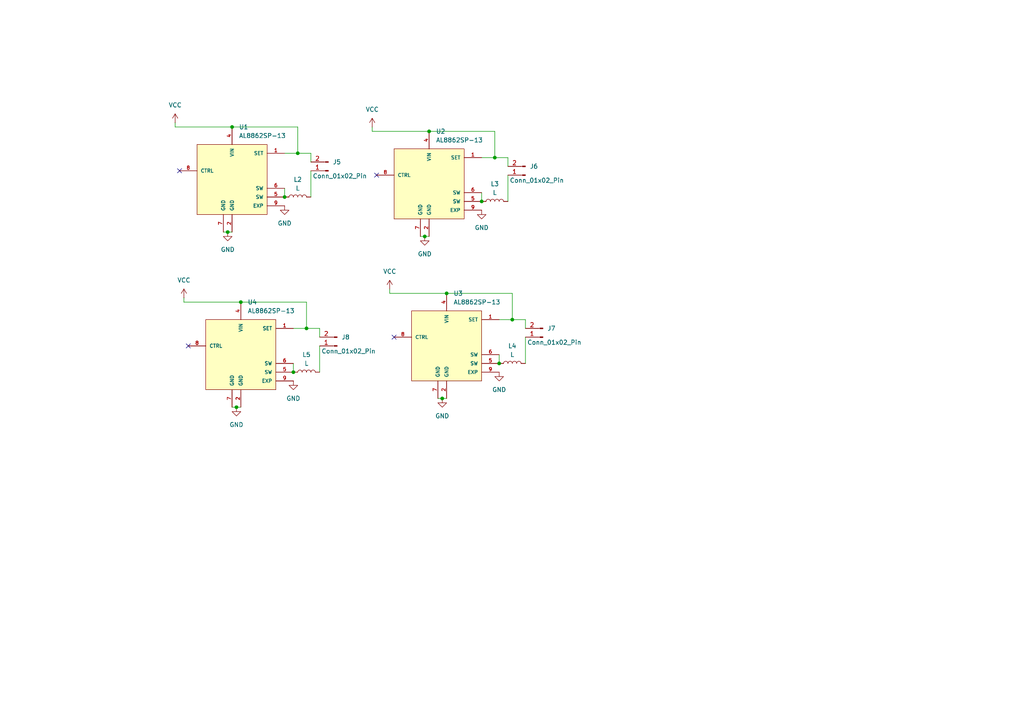
<source format=kicad_sch>
(kicad_sch (version 20250114) (generator "eeschema") (generator_version "9.0")
  (paper "A4")
  (lib_symbols
    (symbol "AL8862SP-13:AL8862SP-13" (pin_names (offset 1.016))
      (property "Reference" "U" (at -10.16 10.16 0))
      (property "Value" "AL8862SP-13" (at -5.334 -1.016 0))
      (symbol "AL8862SP-13_0_0"
        (rectangle (start -10.16 10.16) (end 10.16 -10.16) (stroke (width 0.1524)) (fill (type background)))
        (pin input line (at -15.24 2.54 0) (length 5.08) (name "CTRL") (number "8"))
        (pin power_in line (at -2.54 -15.24 90) (length 5.08) (name "GND") (number "7"))
        (pin input line (at 0 15.24 270) (length 5.08) (name "VIN") (number "4"))
        (pin power_in line (at 0 -15.24 90) (length 5.08) (name "GND") (number "2"))
        (pin input line (at 15.24 7.62 180) (length 5.08) (name "SET") (number "1"))
        (pin output line (at 15.24 -2.54 180) (length 5.08) (name "SW") (number "6"))
        (pin output line (at 15.24 -5.08 180) (length 5.08) (name "SW") (number "5"))
        (pin power_in line (at 15.24 -7.62 180) (length 5.08) (name "EXP") (number "9"))
      )
    )
    (symbol "Connector:Conn_01x02_Pin" (pin_names (offset 1.016) (hide yes))
      (property "Reference" "J" (at 0 2.54 0))
      (property "Value" "Conn_01x02_Pin" (at 0 -5.08 0))
      (symbol "Conn_01x02_Pin_1_1"
        (rectangle (start 0.8636 0.127) (end 0 -0.127) (stroke (width 0.1524)) (fill (type outline)))
        (rectangle (start 0.8636 -2.413) (end 0 -2.667) (stroke (width 0.1524)) (fill (type outline)))
        (polyline (pts (xy 1.27 0) (xy 0.8636 0)) (stroke (width 0.1524)))
        (polyline (pts (xy 1.27 -2.54) (xy 0.8636 -2.54)) (stroke (width 0.1524)))
        (pin passive line (at 5.08 0 180) (length 3.81) (name "Pin_1") (number "1"))
        (pin passive line (at 5.08 -2.54 180) (length 3.81) (name "Pin_2") (number "2"))
      )
    )
    (symbol "Device:L" (pin_numbers (hide yes)) (pin_names (offset 1.016) (hide yes))
      (property "Reference" "L" (at -1.27 0 90))
      (property "Value" "L" (at 1.905 0 90))
      (symbol "L_0_1"
        (arc (start 0 2.54) (mid 0.6323 1.905) (end 0 1.27))
        (arc (start 0 1.27) (mid 0.6323 0.635) (end 0 0))
        (arc (start 0 0) (mid 0.6323 -0.635) (end 0 -1.27))
        (arc (start 0 -1.27) (mid 0.6323 -1.905) (end 0 -2.54))
      )
      (symbol "L_1_1"
        (pin passive line (at 0 3.81 270) (length 1.27) (name "1") (number "1"))
        (pin passive line (at 0 -3.81 90) (length 1.27) (name "2") (number "2"))
      )
    )
    (symbol "power:GND" (power) (pin_numbers (hide yes)) (pin_names (offset 0) (hide yes))
      (property "Value" "GND" (at 0 -3.81 0))
      (symbol "GND_0_1"
        (polyline (pts (xy 0 0) (xy 0 -1.27) (xy 1.27 -1.27) (xy 0 -2.54) (xy -1.27 -1.27) (xy 0 -1.27)))
      )
      (symbol "GND_1_1"
        (pin power_in line (at 0 0 270) (length 0) (name "~") (number "1"))
      )
    )
    (symbol "power:VCC" (power) (pin_numbers (hide yes)) (pin_names (offset 0) (hide yes))
      (property "Value" "VCC" (at 0 3.556 0))
      (symbol "VCC_0_1"
        (polyline (pts (xy -0.762 1.27) (xy 0 2.54)))
        (polyline (pts (xy 0 2.54) (xy 0.762 1.27)))
        (polyline (pts (xy 0 0) (xy 0 2.54)))
      )
      (symbol "VCC_1_1"
        (pin power_in line (at 0 0 90) (length 0) (name "~") (number "1"))
      )
    )
  )
  (junction (at 123.19 68.58))
  (junction (at 143.51 45.72))
  (junction (at 124.46 38.1))
  (junction (at 88.9 95.25))
  (junction (at 67.31 36.83))
  (junction (at 148.59 92.71))
  (junction (at 82.55 57.15))
  (junction (at 144.78 105.41))
  (junction (at 69.85 87.63))
  (junction (at 66.04 67.31))
  (junction (at 68.58 118.11))
  (junction (at 128.27 115.57))
  (junction (at 86.36 44.45))
  (junction (at 85.09 107.95))
  (junction (at 129.54 85.09))
  (junction (at 139.7 58.42))
  (no_connect (at 54.61 100.33))
  (no_connect (at 52.07 49.53))
  (no_connect (at 109.22 50.8))
  (no_connect (at 114.3 97.79))
  (wire (pts (xy 88.9 87.63) (xy 88.9 95.25)))
  (wire (pts (xy 69.85 87.63) (xy 88.9 87.63)))
  (wire (pts (xy 92.71 107.95) (xy 92.71 100.33)))
  (wire (pts (xy 53.34 87.63) (xy 69.85 87.63)))
  (wire (pts (xy 113.03 83.82) (xy 113.03 85.09)))
  (wire (pts (xy 82.55 54.61) (xy 82.55 57.15)))
  (wire (pts (xy 50.8 36.83) (xy 67.31 36.83)))
  (wire (pts (xy 107.95 38.1) (xy 124.46 38.1)))
  (wire (pts (xy 144.78 102.87) (xy 144.78 105.41)))
  (wire (pts (xy 147.32 45.72) (xy 143.51 45.72)))
  (wire (pts (xy 128.27 115.57) (xy 129.54 115.57)))
  (wire (pts (xy 148.59 92.71) (xy 144.78 92.71)))
  (wire (pts (xy 68.58 118.11) (xy 69.85 118.11)))
  (wire (pts (xy 67.31 36.83) (xy 86.36 36.83)))
  (wire (pts (xy 64.77 67.31) (xy 66.04 67.31)))
  (wire (pts (xy 147.32 58.42) (xy 147.32 50.8)))
  (wire (pts (xy 92.71 95.25) (xy 88.9 95.25)))
  (wire (pts (xy 129.54 85.09) (xy 148.59 85.09)))
  (wire (pts (xy 50.8 35.56) (xy 50.8 36.83)))
  (wire (pts (xy 90.17 46.99) (xy 90.17 44.45)))
  (wire (pts (xy 66.04 67.31) (xy 67.31 67.31)))
  (wire (pts (xy 124.46 38.1) (xy 143.51 38.1)))
  (wire (pts (xy 152.4 95.25) (xy 152.4 92.71)))
  (wire (pts (xy 123.19 68.58) (xy 124.46 68.58)))
  (wire (pts (xy 92.71 97.79) (xy 92.71 95.25)))
  (wire (pts (xy 90.17 44.45) (xy 86.36 44.45)))
  (wire (pts (xy 143.51 38.1) (xy 143.51 45.72)))
  (wire (pts (xy 139.7 55.88) (xy 139.7 58.42)))
  (wire (pts (xy 152.4 105.41) (xy 152.4 97.79)))
  (wire (pts (xy 148.59 85.09) (xy 148.59 92.71)))
  (wire (pts (xy 53.34 86.36) (xy 53.34 87.63)))
  (wire (pts (xy 152.4 92.71) (xy 148.59 92.71)))
  (wire (pts (xy 86.36 44.45) (xy 82.55 44.45)))
  (wire (pts (xy 121.92 68.58) (xy 123.19 68.58)))
  (wire (pts (xy 113.03 85.09) (xy 129.54 85.09)))
  (wire (pts (xy 147.32 48.26) (xy 147.32 45.72)))
  (wire (pts (xy 67.31 118.11) (xy 68.58 118.11)))
  (wire (pts (xy 127 115.57) (xy 128.27 115.57)))
  (wire (pts (xy 88.9 95.25) (xy 85.09 95.25)))
  (wire (pts (xy 143.51 45.72) (xy 139.7 45.72)))
  (wire (pts (xy 107.95 36.83) (xy 107.95 38.1)))
  (wire (pts (xy 90.17 57.15) (xy 90.17 49.53)))
  (wire (pts (xy 85.09 105.41) (xy 85.09 107.95)))
  (wire (pts (xy 86.36 36.83) (xy 86.36 44.45)))
  (symbol (lib_id "power:GND") (at 123.19 68.58 0) (unit 1)
    (property "Reference" "#PWR029" (effects (hide yes)))
    (property "Value" "GND" (at 123.19 73.66 0))
    (property "Description" "Power symbol creates a global label with name \"GND\" , ground" (effects (hide yes)))
  )
  (symbol (lib_id "power:VCC") (at 107.95 36.83 0) (unit 1)
    (property "Reference" "#PWR028" (effects (hide yes)))
    (property "Value" "VCC" (at 107.95 31.75 0))
    (property "Description" "Power symbol creates a global label with name \"VCC\"" (effects (hide yes)))
  )
  (symbol (lib_id "power:VCC") (at 113.03 83.82 0) (unit 1)
    (property "Reference" "#PWR031" (effects (hide yes)))
    (property "Value" "VCC" (at 113.03 78.74 0))
    (property "Description" "Power symbol creates a global label with name \"VCC\"" (effects (hide yes)))
  )
  (symbol (lib_id "Device:L") (at 143.51 58.42 90) (unit 1)
    (property "Reference" "L3" (at 143.51 53.34 90))
    (property "Value" "L" (at 143.51 55.88 90))
    (property "Description" "Inductor" (effects (hide yes)))
  )
  (symbol (lib_id "AL8862SP-13:AL8862SP-13") (at 67.31 52.07 0) (unit 1)
    (property "Reference" "U1" (at 69.2786 36.83 0) (effects (justify left)))
    (property "Value" "AL8862SP-13" (at 69.2786 39.37 0) (effects (justify left)))
    (property "Footprint" "AL8862SP-13:SOIC127P600X170-9N" (effects (hide yes)))
    (property "Description" "LED Driver IC 1 Output DC DC Regulator Step-Down (Buck) Analog, PWM Dimming 1A 8-SO-EP" (effects (hide yes)))
    (property "Package" "SOIC-8 Diodes Incorporated" (effects (hide yes)))
    (property "MP" "AL8862SP-13" (effects (hide yes)))
  )
  (symbol (lib_id "power:GND") (at 144.78 107.95 0) (unit 1)
    (property "Reference" "#PWR033" (effects (hide yes)))
    (property "Value" "GND" (at 144.78 113.03 0))
    (property "Description" "Power symbol creates a global label with name \"GND\" , ground" (effects (hide yes)))
  )
  (symbol (lib_id "AL8862SP-13:AL8862SP-13") (at 124.46 53.34 0) (unit 1)
    (property "Reference" "U2" (at 126.4286 38.1 0) (effects (justify left)))
    (property "Value" "AL8862SP-13" (at 126.4286 40.64 0) (effects (justify left)))
    (property "Footprint" "AL8862SP-13:SOIC127P600X170-9N" (effects (hide yes)))
    (property "Description" "LED Driver IC 1 Output DC DC Regulator Step-Down (Buck) Analog, PWM Dimming 1A 8-SO-EP" (effects (hide yes)))
    (property "Package" "SOIC-8 Diodes Incorporated" (effects (hide yes)))
    (property "MP" "AL8862SP-13" (effects (hide yes)))
  )
  (symbol (lib_id "power:GND") (at 66.04 67.31 0) (unit 1)
    (property "Reference" "#PWR026" (effects (hide yes)))
    (property "Value" "GND" (at 66.04 72.39 0))
    (property "Description" "Power symbol creates a global label with name \"GND\" , ground" (effects (hide yes)))
  )
  (symbol (lib_id "AL8862SP-13:AL8862SP-13") (at 69.85 102.87 0) (unit 1)
    (property "Reference" "U4" (at 71.8186 87.63 0) (effects (justify left)))
    (property "Value" "AL8862SP-13" (at 71.8186 90.17 0) (effects (justify left)))
    (property "Footprint" "AL8862SP-13:SOIC127P600X170-9N" (effects (hide yes)))
    (property "Description" "LED Driver IC 1 Output DC DC Regulator Step-Down (Buck) Analog, PWM Dimming 1A 8-SO-EP" (effects (hide yes)))
    (property "Package" "SOIC-8 Diodes Incorporated" (effects (hide yes)))
    (property "MP" "AL8862SP-13" (effects (hide yes)))
  )
  (symbol (lib_id "Device:L") (at 86.36 57.15 90) (unit 1)
    (property "Reference" "L2" (at 86.36 52.07 90))
    (property "Value" "L" (at 86.36 54.61 90))
    (property "Description" "Inductor" (effects (hide yes)))
  )
  (symbol (lib_id "power:VCC") (at 50.8 35.56 0) (unit 1)
    (property "Reference" "#PWR025" (effects (hide yes)))
    (property "Value" "VCC" (at 50.8 30.48 0))
    (property "Description" "Power symbol creates a global label with name \"VCC\"" (effects (hide yes)))
  )
  (symbol (lib_id "AL8862SP-13:AL8862SP-13") (at 129.54 100.33 0) (unit 1)
    (property "Reference" "U3" (at 131.5086 85.09 0) (effects (justify left)))
    (property "Value" "AL8862SP-13" (at 131.5086 87.63 0) (effects (justify left)))
    (property "Footprint" "AL8862SP-13:SOIC127P600X170-9N" (effects (hide yes)))
    (property "Description" "LED Driver IC 1 Output DC DC Regulator Step-Down (Buck) Analog, PWM Dimming 1A 8-SO-EP" (effects (hide yes)))
    (property "Package" "SOIC-8 Diodes Incorporated" (effects (hide yes)))
    (property "MP" "AL8862SP-13" (effects (hide yes)))
  )
  (symbol (lib_id "Connector:Conn_01x02_Pin") (at 157.48 97.79 180) (unit 1)
    (property "Reference" "J7" (at 158.75 95.2499 0) (effects (justify right)))
    (property "Value" "Conn_01x02_Pin" (at 152.908 99.314 0) (effects (justify right)))
    (property "Description" "Generic connector, single row, 01x02, script generated" (effects (hide yes)))
  )
  (symbol (lib_id "Connector:Conn_01x02_Pin") (at 152.4 50.8 180) (unit 1)
    (property "Reference" "J6" (at 153.67 48.2599 0) (effects (justify right)))
    (property "Value" "Conn_01x02_Pin" (at 147.828 52.324 0) (effects (justify right)))
    (property "Description" "Generic connector, single row, 01x02, script generated" (effects (hide yes)))
  )
  (symbol (lib_id "power:GND") (at 128.27 115.57 0) (unit 1)
    (property "Reference" "#PWR032" (effects (hide yes)))
    (property "Value" "GND" (at 128.27 120.65 0))
    (property "Description" "Power symbol creates a global label with name \"GND\" , ground" (effects (hide yes)))
  )
  (symbol (lib_id "power:GND") (at 139.7 60.96 0) (unit 1)
    (property "Reference" "#PWR030" (effects (hide yes)))
    (property "Value" "GND" (at 139.7 66.04 0))
    (property "Description" "Power symbol creates a global label with name \"GND\" , ground" (effects (hide yes)))
  )
  (symbol (lib_id "Connector:Conn_01x02_Pin") (at 95.25 49.53 180) (unit 1)
    (property "Reference" "J5" (at 96.52 46.9899 0) (effects (justify right)))
    (property "Value" "Conn_01x02_Pin" (at 90.678 51.054 0) (effects (justify right)))
    (property "Description" "Generic connector, single row, 01x02, script generated" (effects (hide yes)))
  )
  (symbol (lib_id "power:GND") (at 82.55 59.69 0) (unit 1)
    (property "Reference" "#PWR027" (effects (hide yes)))
    (property "Value" "GND" (at 82.55 64.77 0))
    (property "Description" "Power symbol creates a global label with name \"GND\" , ground" (effects (hide yes)))
  )
  (symbol (lib_id "power:GND") (at 68.58 118.11 0) (unit 1)
    (property "Reference" "#PWR035" (effects (hide yes)))
    (property "Value" "GND" (at 68.58 123.19 0))
    (property "Description" "Power symbol creates a global label with name \"GND\" , ground" (effects (hide yes)))
  )
  (symbol (lib_id "Device:L") (at 148.59 105.41 90) (unit 1)
    (property "Reference" "L4" (at 148.59 100.33 90))
    (property "Value" "L" (at 148.59 102.87 90))
    (property "Description" "Inductor" (effects (hide yes)))
  )
  (symbol (lib_id "power:VCC") (at 53.34 86.36 0) (unit 1)
    (property "Reference" "#PWR034" (effects (hide yes)))
    (property "Value" "VCC" (at 53.34 81.28 0))
    (property "Description" "Power symbol creates a global label with name \"VCC\"" (effects (hide yes)))
  )
  (symbol (lib_id "Device:L") (at 88.9 107.95 90) (unit 1)
    (property "Reference" "L5" (at 88.9 102.87 90))
    (property "Value" "L" (at 88.9 105.41 90))
    (property "Description" "Inductor" (effects (hide yes)))
  )
  (symbol (lib_id "Connector:Conn_01x02_Pin") (at 97.79 100.33 180) (unit 1)
    (property "Reference" "J8" (at 99.06 97.7899 0) (effects (justify right)))
    (property "Value" "Conn_01x02_Pin" (at 93.218 101.854 0) (effects (justify right)))
    (property "Description" "Generic connector, single row, 01x02, script generated" (effects (hide yes)))
  )
  (symbol (lib_id "power:GND") (at 85.09 110.49 0) (unit 1)
    (property "Reference" "#PWR036" (effects (hide yes)))
    (property "Value" "GND" (at 85.09 115.57 0))
    (property "Description" "Power symbol creates a global label with name \"GND\" , ground" (effects (hide yes)))
  )
)
</source>
